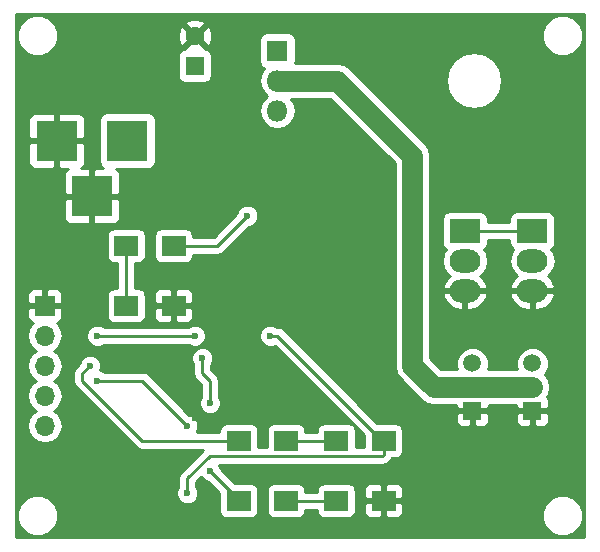
<source format=gbr>
G04 #@! TF.FileFunction,Copper,L1,Top,Signal*
%FSLAX46Y46*%
G04 Gerber Fmt 4.6, Leading zero omitted, Abs format (unit mm)*
G04 Created by KiCad (PCBNEW 4.0.7) date 03/19/18 08:58:31*
%MOMM*%
%LPD*%
G01*
G04 APERTURE LIST*
%ADD10C,0.100000*%
%ADD11R,1.600000X1.600000*%
%ADD12C,1.600000*%
%ADD13R,2.000000X1.700000*%
%ADD14R,3.500000X3.500000*%
%ADD15R,1.800000X1.800000*%
%ADD16O,1.800000X1.800000*%
%ADD17R,1.500000X1.500000*%
%ADD18C,1.500000*%
%ADD19R,2.600000X2.000000*%
%ADD20O,2.600000X2.000000*%
%ADD21R,1.700000X1.700000*%
%ADD22O,1.700000X1.700000*%
%ADD23C,0.600000*%
%ADD24C,0.250000*%
%ADD25C,1.750000*%
%ADD26C,0.254000*%
G04 APERTURE END LIST*
D10*
D11*
X66675000Y-19050000D03*
D12*
X66675000Y-16550000D03*
D13*
X60865000Y-34290000D03*
X64865000Y-34290000D03*
X78645000Y-50800000D03*
X82645000Y-50800000D03*
D14*
X60960000Y-25400000D03*
X54960000Y-25400000D03*
X57960000Y-30100000D03*
D13*
X60865000Y-39370000D03*
X64865000Y-39370000D03*
D15*
X73660000Y-17780000D03*
D16*
X73660000Y-20320000D03*
X73660000Y-22860000D03*
D17*
X95250000Y-48260000D03*
D18*
X95250000Y-46260000D03*
X95250000Y-44260000D03*
D19*
X95250000Y-33020000D03*
D20*
X95250000Y-35560000D03*
X95250000Y-38100000D03*
D13*
X74390000Y-55880000D03*
X70390000Y-55880000D03*
X70390000Y-50800000D03*
X74390000Y-50800000D03*
D21*
X53975000Y-39370000D03*
D22*
X53975000Y-41910000D03*
X53975000Y-44450000D03*
X53975000Y-46990000D03*
X53975000Y-49530000D03*
D13*
X78645000Y-55880000D03*
X82645000Y-55880000D03*
D17*
X90170000Y-48260000D03*
D18*
X90170000Y-46260000D03*
X90170000Y-44260000D03*
D19*
X89535000Y-33020000D03*
D20*
X89535000Y-35560000D03*
X89535000Y-38100000D03*
D23*
X66675000Y-48895000D03*
X71120000Y-31750000D03*
X58420000Y-45720000D03*
X66040000Y-49530000D03*
X67945000Y-53340000D03*
X57785000Y-44450000D03*
X67310000Y-43815000D03*
X67945000Y-47625000D03*
X66675000Y-41910000D03*
X58420000Y-41910000D03*
X66040000Y-55245000D03*
X73025000Y-41910000D03*
D24*
X67310000Y-39370000D02*
X64865000Y-39370000D01*
X67945000Y-40005000D02*
X67310000Y-39370000D01*
X67945000Y-41910000D02*
X67945000Y-40005000D01*
X66040000Y-43815000D02*
X67945000Y-41910000D01*
X66040000Y-48260000D02*
X66040000Y-43815000D01*
X66675000Y-48895000D02*
X66040000Y-48260000D01*
X64865000Y-34290000D02*
X68580000Y-34290000D01*
X68580000Y-34290000D02*
X71120000Y-31750000D01*
D25*
X90170000Y-46260000D02*
X95250000Y-46260000D01*
X90170000Y-46260000D02*
X86900000Y-46260000D01*
X78740000Y-20320000D02*
X73660000Y-20320000D01*
X85090000Y-26670000D02*
X78740000Y-20320000D01*
X85090000Y-44450000D02*
X85090000Y-26670000D01*
X86900000Y-46260000D02*
X85090000Y-44450000D01*
D24*
X60865000Y-34290000D02*
X60865000Y-39370000D01*
X58420000Y-45720000D02*
X62230000Y-45720000D01*
X62230000Y-45720000D02*
X66040000Y-49530000D01*
X67945000Y-53340000D02*
X70485000Y-55880000D01*
X70485000Y-55880000D02*
X70390000Y-55880000D01*
X69850000Y-55880000D02*
X70390000Y-55880000D01*
X74390000Y-50800000D02*
X78645000Y-50800000D01*
X70390000Y-50800000D02*
X62230000Y-50800000D01*
X57150000Y-45720000D02*
X62230000Y-50800000D01*
X57150000Y-45085000D02*
X57150000Y-45720000D01*
X57150000Y-45085000D02*
X57785000Y-44450000D01*
X95250000Y-33020000D02*
X89535000Y-33020000D01*
X74390000Y-55880000D02*
X78645000Y-55880000D01*
X67310000Y-45085000D02*
X67310000Y-43815000D01*
X67945000Y-45720000D02*
X67310000Y-45085000D01*
X67945000Y-47625000D02*
X67945000Y-45720000D01*
X58420000Y-41910000D02*
X66675000Y-41910000D01*
X82645000Y-50800000D02*
X82645000Y-51975000D01*
X66040000Y-53975000D02*
X66040000Y-55245000D01*
X67945000Y-52070000D02*
X66040000Y-53975000D01*
X82550000Y-52070000D02*
X67945000Y-52070000D01*
X82645000Y-51975000D02*
X82550000Y-52070000D01*
X73025000Y-41910000D02*
X73660000Y-41910000D01*
X73660000Y-41910000D02*
X82550000Y-50800000D01*
X82550000Y-50800000D02*
X82645000Y-50800000D01*
D26*
G36*
X99620000Y-58980000D02*
X51510000Y-58980000D01*
X51510000Y-57493599D01*
X51604699Y-57493599D01*
X51868281Y-58131515D01*
X52355918Y-58620004D01*
X52993373Y-58884699D01*
X53683599Y-58885301D01*
X54321515Y-58621719D01*
X54810004Y-58134082D01*
X55074699Y-57496627D01*
X55074701Y-57493599D01*
X96054699Y-57493599D01*
X96318281Y-58131515D01*
X96805918Y-58620004D01*
X97443373Y-58884699D01*
X98133599Y-58885301D01*
X98771515Y-58621719D01*
X99260004Y-58134082D01*
X99524699Y-57496627D01*
X99525301Y-56806401D01*
X99261719Y-56168485D01*
X98774082Y-55679996D01*
X98136627Y-55415301D01*
X97446401Y-55414699D01*
X96808485Y-55678281D01*
X96319996Y-56165918D01*
X96055301Y-56803373D01*
X96054699Y-57493599D01*
X55074701Y-57493599D01*
X55075301Y-56806401D01*
X54811719Y-56168485D01*
X54324082Y-55679996D01*
X53686627Y-55415301D01*
X52996401Y-55414699D01*
X52358485Y-55678281D01*
X51869996Y-56165918D01*
X51605301Y-56803373D01*
X51604699Y-57493599D01*
X51510000Y-57493599D01*
X51510000Y-41910000D01*
X52460907Y-41910000D01*
X52573946Y-42478285D01*
X52895853Y-42960054D01*
X53225026Y-43180000D01*
X52895853Y-43399946D01*
X52573946Y-43881715D01*
X52460907Y-44450000D01*
X52573946Y-45018285D01*
X52895853Y-45500054D01*
X53225026Y-45720000D01*
X52895853Y-45939946D01*
X52573946Y-46421715D01*
X52460907Y-46990000D01*
X52573946Y-47558285D01*
X52895853Y-48040054D01*
X53225026Y-48260000D01*
X52895853Y-48479946D01*
X52573946Y-48961715D01*
X52460907Y-49530000D01*
X52573946Y-50098285D01*
X52895853Y-50580054D01*
X53377622Y-50901961D01*
X53945907Y-51015000D01*
X54004093Y-51015000D01*
X54572378Y-50901961D01*
X55054147Y-50580054D01*
X55376054Y-50098285D01*
X55489093Y-49530000D01*
X55376054Y-48961715D01*
X55054147Y-48479946D01*
X54724974Y-48260000D01*
X55054147Y-48040054D01*
X55376054Y-47558285D01*
X55489093Y-46990000D01*
X55376054Y-46421715D01*
X55054147Y-45939946D01*
X54724974Y-45720000D01*
X55054147Y-45500054D01*
X55331476Y-45085000D01*
X56390000Y-45085000D01*
X56390000Y-45720000D01*
X56447852Y-46010839D01*
X56612599Y-46257401D01*
X61692599Y-51337401D01*
X61939161Y-51502148D01*
X62230000Y-51560000D01*
X67380198Y-51560000D01*
X65502599Y-53437599D01*
X65337852Y-53684161D01*
X65280000Y-53975000D01*
X65280000Y-54682537D01*
X65247808Y-54714673D01*
X65105162Y-55058201D01*
X65104838Y-55430167D01*
X65246883Y-55773943D01*
X65509673Y-56037192D01*
X65853201Y-56179838D01*
X66225167Y-56180162D01*
X66568943Y-56038117D01*
X66832192Y-55775327D01*
X66974838Y-55431799D01*
X66975162Y-55059833D01*
X66833117Y-54716057D01*
X66800000Y-54682882D01*
X66800000Y-54289802D01*
X67186341Y-53903461D01*
X67414673Y-54132192D01*
X67758201Y-54274838D01*
X67805077Y-54274879D01*
X68742560Y-55212362D01*
X68742560Y-56730000D01*
X68786838Y-56965317D01*
X68925910Y-57181441D01*
X69138110Y-57326431D01*
X69390000Y-57377440D01*
X71390000Y-57377440D01*
X71625317Y-57333162D01*
X71841441Y-57194090D01*
X71986431Y-56981890D01*
X72037440Y-56730000D01*
X72037440Y-55030000D01*
X72742560Y-55030000D01*
X72742560Y-56730000D01*
X72786838Y-56965317D01*
X72925910Y-57181441D01*
X73138110Y-57326431D01*
X73390000Y-57377440D01*
X75390000Y-57377440D01*
X75625317Y-57333162D01*
X75841441Y-57194090D01*
X75986431Y-56981890D01*
X76037440Y-56730000D01*
X76037440Y-56640000D01*
X76997560Y-56640000D01*
X76997560Y-56730000D01*
X77041838Y-56965317D01*
X77180910Y-57181441D01*
X77393110Y-57326431D01*
X77645000Y-57377440D01*
X79645000Y-57377440D01*
X79880317Y-57333162D01*
X80096441Y-57194090D01*
X80241431Y-56981890D01*
X80292440Y-56730000D01*
X80292440Y-56165750D01*
X81010000Y-56165750D01*
X81010000Y-56856310D01*
X81106673Y-57089699D01*
X81285302Y-57268327D01*
X81518691Y-57365000D01*
X82359250Y-57365000D01*
X82518000Y-57206250D01*
X82518000Y-56007000D01*
X82772000Y-56007000D01*
X82772000Y-57206250D01*
X82930750Y-57365000D01*
X83771309Y-57365000D01*
X84004698Y-57268327D01*
X84183327Y-57089699D01*
X84280000Y-56856310D01*
X84280000Y-56165750D01*
X84121250Y-56007000D01*
X82772000Y-56007000D01*
X82518000Y-56007000D01*
X81168750Y-56007000D01*
X81010000Y-56165750D01*
X80292440Y-56165750D01*
X80292440Y-55030000D01*
X80268674Y-54903690D01*
X81010000Y-54903690D01*
X81010000Y-55594250D01*
X81168750Y-55753000D01*
X82518000Y-55753000D01*
X82518000Y-54553750D01*
X82772000Y-54553750D01*
X82772000Y-55753000D01*
X84121250Y-55753000D01*
X84280000Y-55594250D01*
X84280000Y-54903690D01*
X84183327Y-54670301D01*
X84004698Y-54491673D01*
X83771309Y-54395000D01*
X82930750Y-54395000D01*
X82772000Y-54553750D01*
X82518000Y-54553750D01*
X82359250Y-54395000D01*
X81518691Y-54395000D01*
X81285302Y-54491673D01*
X81106673Y-54670301D01*
X81010000Y-54903690D01*
X80268674Y-54903690D01*
X80248162Y-54794683D01*
X80109090Y-54578559D01*
X79896890Y-54433569D01*
X79645000Y-54382560D01*
X77645000Y-54382560D01*
X77409683Y-54426838D01*
X77193559Y-54565910D01*
X77048569Y-54778110D01*
X76997560Y-55030000D01*
X76997560Y-55120000D01*
X76037440Y-55120000D01*
X76037440Y-55030000D01*
X75993162Y-54794683D01*
X75854090Y-54578559D01*
X75641890Y-54433569D01*
X75390000Y-54382560D01*
X73390000Y-54382560D01*
X73154683Y-54426838D01*
X72938559Y-54565910D01*
X72793569Y-54778110D01*
X72742560Y-55030000D01*
X72037440Y-55030000D01*
X71993162Y-54794683D01*
X71854090Y-54578559D01*
X71641890Y-54433569D01*
X71390000Y-54382560D01*
X70062362Y-54382560D01*
X68880122Y-53200320D01*
X68880162Y-53154833D01*
X68745944Y-52830000D01*
X82550000Y-52830000D01*
X82840839Y-52772148D01*
X83087401Y-52607401D01*
X83182401Y-52512401D01*
X83326034Y-52297440D01*
X83645000Y-52297440D01*
X83880317Y-52253162D01*
X84096441Y-52114090D01*
X84241431Y-51901890D01*
X84292440Y-51650000D01*
X84292440Y-49950000D01*
X84248162Y-49714683D01*
X84109090Y-49498559D01*
X83896890Y-49353569D01*
X83645000Y-49302560D01*
X82127362Y-49302560D01*
X81370552Y-48545750D01*
X88785000Y-48545750D01*
X88785000Y-49136309D01*
X88881673Y-49369698D01*
X89060301Y-49548327D01*
X89293690Y-49645000D01*
X89884250Y-49645000D01*
X90043000Y-49486250D01*
X90043000Y-48387000D01*
X90297000Y-48387000D01*
X90297000Y-49486250D01*
X90455750Y-49645000D01*
X91046310Y-49645000D01*
X91279699Y-49548327D01*
X91458327Y-49369698D01*
X91555000Y-49136309D01*
X91555000Y-48545750D01*
X93865000Y-48545750D01*
X93865000Y-49136309D01*
X93961673Y-49369698D01*
X94140301Y-49548327D01*
X94373690Y-49645000D01*
X94964250Y-49645000D01*
X95123000Y-49486250D01*
X95123000Y-48387000D01*
X95377000Y-48387000D01*
X95377000Y-49486250D01*
X95535750Y-49645000D01*
X96126310Y-49645000D01*
X96359699Y-49548327D01*
X96538327Y-49369698D01*
X96635000Y-49136309D01*
X96635000Y-48545750D01*
X96476250Y-48387000D01*
X95377000Y-48387000D01*
X95123000Y-48387000D01*
X94023750Y-48387000D01*
X93865000Y-48545750D01*
X91555000Y-48545750D01*
X91396250Y-48387000D01*
X90297000Y-48387000D01*
X90043000Y-48387000D01*
X88943750Y-48387000D01*
X88785000Y-48545750D01*
X81370552Y-48545750D01*
X74197401Y-41372599D01*
X73950839Y-41207852D01*
X73660000Y-41150000D01*
X73587463Y-41150000D01*
X73555327Y-41117808D01*
X73211799Y-40975162D01*
X72839833Y-40974838D01*
X72496057Y-41116883D01*
X72232808Y-41379673D01*
X72090162Y-41723201D01*
X72089838Y-42095167D01*
X72231883Y-42438943D01*
X72494673Y-42702192D01*
X72838201Y-42844838D01*
X73210167Y-42845162D01*
X73429665Y-42754467D01*
X80997560Y-50322362D01*
X80997560Y-51310000D01*
X80292440Y-51310000D01*
X80292440Y-49950000D01*
X80248162Y-49714683D01*
X80109090Y-49498559D01*
X79896890Y-49353569D01*
X79645000Y-49302560D01*
X77645000Y-49302560D01*
X77409683Y-49346838D01*
X77193559Y-49485910D01*
X77048569Y-49698110D01*
X76997560Y-49950000D01*
X76997560Y-50040000D01*
X76037440Y-50040000D01*
X76037440Y-49950000D01*
X75993162Y-49714683D01*
X75854090Y-49498559D01*
X75641890Y-49353569D01*
X75390000Y-49302560D01*
X73390000Y-49302560D01*
X73154683Y-49346838D01*
X72938559Y-49485910D01*
X72793569Y-49698110D01*
X72742560Y-49950000D01*
X72742560Y-51310000D01*
X72037440Y-51310000D01*
X72037440Y-49950000D01*
X71993162Y-49714683D01*
X71854090Y-49498559D01*
X71641890Y-49353569D01*
X71390000Y-49302560D01*
X69390000Y-49302560D01*
X69154683Y-49346838D01*
X68938559Y-49485910D01*
X68793569Y-49698110D01*
X68742560Y-49950000D01*
X68742560Y-50040000D01*
X66840633Y-50040000D01*
X66974838Y-49716799D01*
X66975162Y-49344833D01*
X66833117Y-49001057D01*
X66570327Y-48737808D01*
X66226799Y-48595162D01*
X66179923Y-48595121D01*
X62767401Y-45182599D01*
X62520839Y-45017852D01*
X62230000Y-44960000D01*
X58982463Y-44960000D01*
X58950327Y-44927808D01*
X58650668Y-44803378D01*
X58719838Y-44636799D01*
X58720162Y-44264833D01*
X58610805Y-44000167D01*
X66374838Y-44000167D01*
X66516883Y-44343943D01*
X66550000Y-44377118D01*
X66550000Y-45085000D01*
X66607852Y-45375839D01*
X66772599Y-45622401D01*
X67185000Y-46034802D01*
X67185000Y-47062537D01*
X67152808Y-47094673D01*
X67010162Y-47438201D01*
X67009838Y-47810167D01*
X67151883Y-48153943D01*
X67414673Y-48417192D01*
X67758201Y-48559838D01*
X68130167Y-48560162D01*
X68473943Y-48418117D01*
X68737192Y-48155327D01*
X68879838Y-47811799D01*
X68880162Y-47439833D01*
X68738117Y-47096057D01*
X68705000Y-47062882D01*
X68705000Y-45720000D01*
X68647148Y-45429161D01*
X68482401Y-45182599D01*
X68070000Y-44770198D01*
X68070000Y-44377463D01*
X68102192Y-44345327D01*
X68244838Y-44001799D01*
X68245162Y-43629833D01*
X68103117Y-43286057D01*
X67840327Y-43022808D01*
X67496799Y-42880162D01*
X67124833Y-42879838D01*
X66781057Y-43021883D01*
X66517808Y-43284673D01*
X66375162Y-43628201D01*
X66374838Y-44000167D01*
X58610805Y-44000167D01*
X58578117Y-43921057D01*
X58315327Y-43657808D01*
X57971799Y-43515162D01*
X57599833Y-43514838D01*
X57256057Y-43656883D01*
X56992808Y-43919673D01*
X56850162Y-44263201D01*
X56850121Y-44310077D01*
X56612599Y-44547599D01*
X56447852Y-44794161D01*
X56390000Y-45085000D01*
X55331476Y-45085000D01*
X55376054Y-45018285D01*
X55489093Y-44450000D01*
X55376054Y-43881715D01*
X55054147Y-43399946D01*
X54724974Y-43180000D01*
X55054147Y-42960054D01*
X55376054Y-42478285D01*
X55452260Y-42095167D01*
X57484838Y-42095167D01*
X57626883Y-42438943D01*
X57889673Y-42702192D01*
X58233201Y-42844838D01*
X58605167Y-42845162D01*
X58948943Y-42703117D01*
X58982118Y-42670000D01*
X66112537Y-42670000D01*
X66144673Y-42702192D01*
X66488201Y-42844838D01*
X66860167Y-42845162D01*
X67203943Y-42703117D01*
X67467192Y-42440327D01*
X67609838Y-42096799D01*
X67610162Y-41724833D01*
X67468117Y-41381057D01*
X67205327Y-41117808D01*
X66861799Y-40975162D01*
X66489833Y-40974838D01*
X66146057Y-41116883D01*
X66112882Y-41150000D01*
X58982463Y-41150000D01*
X58950327Y-41117808D01*
X58606799Y-40975162D01*
X58234833Y-40974838D01*
X57891057Y-41116883D01*
X57627808Y-41379673D01*
X57485162Y-41723201D01*
X57484838Y-42095167D01*
X55452260Y-42095167D01*
X55489093Y-41910000D01*
X55376054Y-41341715D01*
X55054147Y-40859946D01*
X55010223Y-40830597D01*
X55184698Y-40758327D01*
X55363327Y-40579699D01*
X55460000Y-40346310D01*
X55460000Y-39655750D01*
X55301250Y-39497000D01*
X54102000Y-39497000D01*
X54102000Y-39517000D01*
X53848000Y-39517000D01*
X53848000Y-39497000D01*
X52648750Y-39497000D01*
X52490000Y-39655750D01*
X52490000Y-40346310D01*
X52586673Y-40579699D01*
X52765302Y-40758327D01*
X52939777Y-40830597D01*
X52895853Y-40859946D01*
X52573946Y-41341715D01*
X52460907Y-41910000D01*
X51510000Y-41910000D01*
X51510000Y-38393690D01*
X52490000Y-38393690D01*
X52490000Y-39084250D01*
X52648750Y-39243000D01*
X53848000Y-39243000D01*
X53848000Y-38043750D01*
X54102000Y-38043750D01*
X54102000Y-39243000D01*
X55301250Y-39243000D01*
X55460000Y-39084250D01*
X55460000Y-38393690D01*
X55363327Y-38160301D01*
X55184698Y-37981673D01*
X54951309Y-37885000D01*
X54260750Y-37885000D01*
X54102000Y-38043750D01*
X53848000Y-38043750D01*
X53689250Y-37885000D01*
X52998691Y-37885000D01*
X52765302Y-37981673D01*
X52586673Y-38160301D01*
X52490000Y-38393690D01*
X51510000Y-38393690D01*
X51510000Y-33440000D01*
X59217560Y-33440000D01*
X59217560Y-35140000D01*
X59261838Y-35375317D01*
X59400910Y-35591441D01*
X59613110Y-35736431D01*
X59865000Y-35787440D01*
X60105000Y-35787440D01*
X60105000Y-37872560D01*
X59865000Y-37872560D01*
X59629683Y-37916838D01*
X59413559Y-38055910D01*
X59268569Y-38268110D01*
X59217560Y-38520000D01*
X59217560Y-40220000D01*
X59261838Y-40455317D01*
X59400910Y-40671441D01*
X59613110Y-40816431D01*
X59865000Y-40867440D01*
X61865000Y-40867440D01*
X62100317Y-40823162D01*
X62316441Y-40684090D01*
X62461431Y-40471890D01*
X62512440Y-40220000D01*
X62512440Y-39655750D01*
X63230000Y-39655750D01*
X63230000Y-40346310D01*
X63326673Y-40579699D01*
X63505302Y-40758327D01*
X63738691Y-40855000D01*
X64579250Y-40855000D01*
X64738000Y-40696250D01*
X64738000Y-39497000D01*
X64992000Y-39497000D01*
X64992000Y-40696250D01*
X65150750Y-40855000D01*
X65991309Y-40855000D01*
X66224698Y-40758327D01*
X66403327Y-40579699D01*
X66500000Y-40346310D01*
X66500000Y-39655750D01*
X66341250Y-39497000D01*
X64992000Y-39497000D01*
X64738000Y-39497000D01*
X63388750Y-39497000D01*
X63230000Y-39655750D01*
X62512440Y-39655750D01*
X62512440Y-38520000D01*
X62488674Y-38393690D01*
X63230000Y-38393690D01*
X63230000Y-39084250D01*
X63388750Y-39243000D01*
X64738000Y-39243000D01*
X64738000Y-38043750D01*
X64992000Y-38043750D01*
X64992000Y-39243000D01*
X66341250Y-39243000D01*
X66500000Y-39084250D01*
X66500000Y-38393690D01*
X66403327Y-38160301D01*
X66224698Y-37981673D01*
X65991309Y-37885000D01*
X65150750Y-37885000D01*
X64992000Y-38043750D01*
X64738000Y-38043750D01*
X64579250Y-37885000D01*
X63738691Y-37885000D01*
X63505302Y-37981673D01*
X63326673Y-38160301D01*
X63230000Y-38393690D01*
X62488674Y-38393690D01*
X62468162Y-38284683D01*
X62329090Y-38068559D01*
X62116890Y-37923569D01*
X61865000Y-37872560D01*
X61625000Y-37872560D01*
X61625000Y-35787440D01*
X61865000Y-35787440D01*
X62100317Y-35743162D01*
X62316441Y-35604090D01*
X62461431Y-35391890D01*
X62512440Y-35140000D01*
X62512440Y-33440000D01*
X63217560Y-33440000D01*
X63217560Y-35140000D01*
X63261838Y-35375317D01*
X63400910Y-35591441D01*
X63613110Y-35736431D01*
X63865000Y-35787440D01*
X65865000Y-35787440D01*
X66100317Y-35743162D01*
X66316441Y-35604090D01*
X66461431Y-35391890D01*
X66512440Y-35140000D01*
X66512440Y-35050000D01*
X68580000Y-35050000D01*
X68870839Y-34992148D01*
X69117401Y-34827401D01*
X71259680Y-32685122D01*
X71305167Y-32685162D01*
X71648943Y-32543117D01*
X71912192Y-32280327D01*
X72054838Y-31936799D01*
X72055162Y-31564833D01*
X71913117Y-31221057D01*
X71650327Y-30957808D01*
X71306799Y-30815162D01*
X70934833Y-30814838D01*
X70591057Y-30956883D01*
X70327808Y-31219673D01*
X70185162Y-31563201D01*
X70185121Y-31610077D01*
X68265198Y-33530000D01*
X66512440Y-33530000D01*
X66512440Y-33440000D01*
X66468162Y-33204683D01*
X66329090Y-32988559D01*
X66116890Y-32843569D01*
X65865000Y-32792560D01*
X63865000Y-32792560D01*
X63629683Y-32836838D01*
X63413559Y-32975910D01*
X63268569Y-33188110D01*
X63217560Y-33440000D01*
X62512440Y-33440000D01*
X62468162Y-33204683D01*
X62329090Y-32988559D01*
X62116890Y-32843569D01*
X61865000Y-32792560D01*
X59865000Y-32792560D01*
X59629683Y-32836838D01*
X59413559Y-32975910D01*
X59268569Y-33188110D01*
X59217560Y-33440000D01*
X51510000Y-33440000D01*
X51510000Y-30385750D01*
X55575000Y-30385750D01*
X55575000Y-31976310D01*
X55671673Y-32209699D01*
X55850302Y-32388327D01*
X56083691Y-32485000D01*
X57674250Y-32485000D01*
X57833000Y-32326250D01*
X57833000Y-30227000D01*
X58087000Y-30227000D01*
X58087000Y-32326250D01*
X58245750Y-32485000D01*
X59836309Y-32485000D01*
X60069698Y-32388327D01*
X60248327Y-32209699D01*
X60345000Y-31976310D01*
X60345000Y-30385750D01*
X60186250Y-30227000D01*
X58087000Y-30227000D01*
X57833000Y-30227000D01*
X55733750Y-30227000D01*
X55575000Y-30385750D01*
X51510000Y-30385750D01*
X51510000Y-25685750D01*
X52575000Y-25685750D01*
X52575000Y-27276310D01*
X52671673Y-27509699D01*
X52850302Y-27688327D01*
X53083691Y-27785000D01*
X54674250Y-27785000D01*
X54833000Y-27626250D01*
X54833000Y-25527000D01*
X55087000Y-25527000D01*
X55087000Y-27626250D01*
X55245750Y-27785000D01*
X55914696Y-27785000D01*
X55850302Y-27811673D01*
X55671673Y-27990301D01*
X55575000Y-28223690D01*
X55575000Y-29814250D01*
X55733750Y-29973000D01*
X57833000Y-29973000D01*
X57833000Y-27873750D01*
X58087000Y-27873750D01*
X58087000Y-29973000D01*
X60186250Y-29973000D01*
X60345000Y-29814250D01*
X60345000Y-28223690D01*
X60248327Y-27990301D01*
X60069698Y-27811673D01*
X60035337Y-27797440D01*
X62710000Y-27797440D01*
X62945317Y-27753162D01*
X63161441Y-27614090D01*
X63306431Y-27401890D01*
X63357440Y-27150000D01*
X63357440Y-23650000D01*
X63313162Y-23414683D01*
X63174090Y-23198559D01*
X62961890Y-23053569D01*
X62710000Y-23002560D01*
X59210000Y-23002560D01*
X58974683Y-23046838D01*
X58758559Y-23185910D01*
X58613569Y-23398110D01*
X58562560Y-23650000D01*
X58562560Y-27150000D01*
X58606838Y-27385317D01*
X58745910Y-27601441D01*
X58912109Y-27715000D01*
X58245750Y-27715000D01*
X58087000Y-27873750D01*
X57833000Y-27873750D01*
X57674250Y-27715000D01*
X57005304Y-27715000D01*
X57069698Y-27688327D01*
X57248327Y-27509699D01*
X57345000Y-27276310D01*
X57345000Y-25685750D01*
X57186250Y-25527000D01*
X55087000Y-25527000D01*
X54833000Y-25527000D01*
X52733750Y-25527000D01*
X52575000Y-25685750D01*
X51510000Y-25685750D01*
X51510000Y-23523690D01*
X52575000Y-23523690D01*
X52575000Y-25114250D01*
X52733750Y-25273000D01*
X54833000Y-25273000D01*
X54833000Y-23173750D01*
X55087000Y-23173750D01*
X55087000Y-25273000D01*
X57186250Y-25273000D01*
X57345000Y-25114250D01*
X57345000Y-23523690D01*
X57248327Y-23290301D01*
X57069698Y-23111673D01*
X56836309Y-23015000D01*
X55245750Y-23015000D01*
X55087000Y-23173750D01*
X54833000Y-23173750D01*
X54674250Y-23015000D01*
X53083691Y-23015000D01*
X52850302Y-23111673D01*
X52671673Y-23290301D01*
X52575000Y-23523690D01*
X51510000Y-23523690D01*
X51510000Y-18250000D01*
X65227560Y-18250000D01*
X65227560Y-19850000D01*
X65271838Y-20085317D01*
X65410910Y-20301441D01*
X65623110Y-20446431D01*
X65875000Y-20497440D01*
X67475000Y-20497440D01*
X67710317Y-20453162D01*
X67926441Y-20314090D01*
X68071431Y-20101890D01*
X68122440Y-19850000D01*
X68122440Y-18250000D01*
X68078162Y-18014683D01*
X67939090Y-17798559D01*
X67726890Y-17653569D01*
X67488799Y-17605354D01*
X67503139Y-17557745D01*
X66675000Y-16729605D01*
X65846861Y-17557745D01*
X65861145Y-17605167D01*
X65639683Y-17646838D01*
X65423559Y-17785910D01*
X65278569Y-17998110D01*
X65227560Y-18250000D01*
X51510000Y-18250000D01*
X51510000Y-16853599D01*
X51604699Y-16853599D01*
X51868281Y-17491515D01*
X52355918Y-17980004D01*
X52993373Y-18244699D01*
X53683599Y-18245301D01*
X54321515Y-17981719D01*
X54810004Y-17494082D01*
X55074699Y-16856627D01*
X55075155Y-16333223D01*
X65228035Y-16333223D01*
X65255222Y-16903454D01*
X65421136Y-17304005D01*
X65667255Y-17378139D01*
X66495395Y-16550000D01*
X66854605Y-16550000D01*
X67682745Y-17378139D01*
X67928864Y-17304005D01*
X68081268Y-16880000D01*
X72112560Y-16880000D01*
X72112560Y-18680000D01*
X72156838Y-18915317D01*
X72295910Y-19131441D01*
X72508110Y-19276431D01*
X72524344Y-19279719D01*
X72241845Y-19702509D01*
X72125000Y-20289928D01*
X72125000Y-20350072D01*
X72241845Y-20937491D01*
X72574591Y-21435481D01*
X72805845Y-21590000D01*
X72574591Y-21744519D01*
X72241845Y-22242509D01*
X72125000Y-22829928D01*
X72125000Y-22890072D01*
X72241845Y-23477491D01*
X72574591Y-23975481D01*
X73072581Y-24308227D01*
X73660000Y-24425072D01*
X74247419Y-24308227D01*
X74745409Y-23975481D01*
X75078155Y-23477491D01*
X75195000Y-22890072D01*
X75195000Y-22829928D01*
X75078155Y-22242509D01*
X74802526Y-21830000D01*
X78114538Y-21830000D01*
X83580000Y-27295462D01*
X83580000Y-44450000D01*
X83694942Y-45027852D01*
X84022269Y-45517731D01*
X85832269Y-47327732D01*
X86322148Y-47655058D01*
X86900000Y-47770000D01*
X88785000Y-47770000D01*
X88785000Y-47974250D01*
X88943750Y-48133000D01*
X90043000Y-48133000D01*
X90043000Y-48113000D01*
X90297000Y-48113000D01*
X90297000Y-48133000D01*
X91396250Y-48133000D01*
X91555000Y-47974250D01*
X91555000Y-47770000D01*
X93865000Y-47770000D01*
X93865000Y-47974250D01*
X94023750Y-48133000D01*
X95123000Y-48133000D01*
X95123000Y-48113000D01*
X95377000Y-48113000D01*
X95377000Y-48133000D01*
X96476250Y-48133000D01*
X96635000Y-47974250D01*
X96635000Y-47383691D01*
X96538327Y-47150302D01*
X96477158Y-47089132D01*
X96645058Y-46837852D01*
X96760000Y-46260000D01*
X96645058Y-45682148D01*
X96317731Y-45192269D01*
X96293032Y-45175766D01*
X96423461Y-45045564D01*
X96634759Y-44536702D01*
X96635240Y-43985715D01*
X96424831Y-43476485D01*
X96035564Y-43086539D01*
X95526702Y-42875241D01*
X94975715Y-42874760D01*
X94466485Y-43085169D01*
X94076539Y-43474436D01*
X93865241Y-43983298D01*
X93864760Y-44534285D01*
X93953891Y-44750000D01*
X91466190Y-44750000D01*
X91554759Y-44536702D01*
X91555240Y-43985715D01*
X91344831Y-43476485D01*
X90955564Y-43086539D01*
X90446702Y-42875241D01*
X89895715Y-42874760D01*
X89386485Y-43085169D01*
X88996539Y-43474436D01*
X88785241Y-43983298D01*
X88784760Y-44534285D01*
X88873891Y-44750000D01*
X87525463Y-44750000D01*
X86600000Y-43824538D01*
X86600000Y-38480434D01*
X87644876Y-38480434D01*
X87675856Y-38608355D01*
X87989078Y-39166317D01*
X88491980Y-39561942D01*
X89108000Y-39735000D01*
X89408000Y-39735000D01*
X89408000Y-38227000D01*
X89662000Y-38227000D01*
X89662000Y-39735000D01*
X89962000Y-39735000D01*
X90578020Y-39561942D01*
X91080922Y-39166317D01*
X91394144Y-38608355D01*
X91425124Y-38480434D01*
X93359876Y-38480434D01*
X93390856Y-38608355D01*
X93704078Y-39166317D01*
X94206980Y-39561942D01*
X94823000Y-39735000D01*
X95123000Y-39735000D01*
X95123000Y-38227000D01*
X95377000Y-38227000D01*
X95377000Y-39735000D01*
X95677000Y-39735000D01*
X96293020Y-39561942D01*
X96795922Y-39166317D01*
X97109144Y-38608355D01*
X97140124Y-38480434D01*
X97020777Y-38227000D01*
X95377000Y-38227000D01*
X95123000Y-38227000D01*
X93479223Y-38227000D01*
X93359876Y-38480434D01*
X91425124Y-38480434D01*
X91305777Y-38227000D01*
X89662000Y-38227000D01*
X89408000Y-38227000D01*
X87764223Y-38227000D01*
X87644876Y-38480434D01*
X86600000Y-38480434D01*
X86600000Y-35560000D01*
X87562091Y-35560000D01*
X87686548Y-36185687D01*
X88040971Y-36716120D01*
X88231188Y-36843219D01*
X87989078Y-37033683D01*
X87675856Y-37591645D01*
X87644876Y-37719566D01*
X87764223Y-37973000D01*
X89408000Y-37973000D01*
X89408000Y-37953000D01*
X89662000Y-37953000D01*
X89662000Y-37973000D01*
X91305777Y-37973000D01*
X91425124Y-37719566D01*
X91394144Y-37591645D01*
X91080922Y-37033683D01*
X90838812Y-36843219D01*
X91029029Y-36716120D01*
X91383452Y-36185687D01*
X91507909Y-35560000D01*
X91383452Y-34934313D01*
X91143907Y-34575808D01*
X91286441Y-34484090D01*
X91431431Y-34271890D01*
X91482440Y-34020000D01*
X91482440Y-33780000D01*
X93302560Y-33780000D01*
X93302560Y-34020000D01*
X93346838Y-34255317D01*
X93485910Y-34471441D01*
X93640329Y-34576951D01*
X93401548Y-34934313D01*
X93277091Y-35560000D01*
X93401548Y-36185687D01*
X93755971Y-36716120D01*
X93946188Y-36843219D01*
X93704078Y-37033683D01*
X93390856Y-37591645D01*
X93359876Y-37719566D01*
X93479223Y-37973000D01*
X95123000Y-37973000D01*
X95123000Y-37953000D01*
X95377000Y-37953000D01*
X95377000Y-37973000D01*
X97020777Y-37973000D01*
X97140124Y-37719566D01*
X97109144Y-37591645D01*
X96795922Y-37033683D01*
X96553812Y-36843219D01*
X96744029Y-36716120D01*
X97098452Y-36185687D01*
X97222909Y-35560000D01*
X97098452Y-34934313D01*
X96858907Y-34575808D01*
X97001441Y-34484090D01*
X97146431Y-34271890D01*
X97197440Y-34020000D01*
X97197440Y-32020000D01*
X97153162Y-31784683D01*
X97014090Y-31568559D01*
X96801890Y-31423569D01*
X96550000Y-31372560D01*
X93950000Y-31372560D01*
X93714683Y-31416838D01*
X93498559Y-31555910D01*
X93353569Y-31768110D01*
X93302560Y-32020000D01*
X93302560Y-32260000D01*
X91482440Y-32260000D01*
X91482440Y-32020000D01*
X91438162Y-31784683D01*
X91299090Y-31568559D01*
X91086890Y-31423569D01*
X90835000Y-31372560D01*
X88235000Y-31372560D01*
X87999683Y-31416838D01*
X87783559Y-31555910D01*
X87638569Y-31768110D01*
X87587560Y-32020000D01*
X87587560Y-34020000D01*
X87631838Y-34255317D01*
X87770910Y-34471441D01*
X87925329Y-34576951D01*
X87686548Y-34934313D01*
X87562091Y-35560000D01*
X86600000Y-35560000D01*
X86600000Y-26670000D01*
X86485058Y-26092148D01*
X86157731Y-25602269D01*
X80828737Y-20273275D01*
X87935000Y-20273275D01*
X87935000Y-20366725D01*
X88116547Y-21279425D01*
X88633550Y-22053175D01*
X89407300Y-22570178D01*
X90320000Y-22751725D01*
X91232700Y-22570178D01*
X92006450Y-22053175D01*
X92523453Y-21279425D01*
X92705000Y-20366725D01*
X92705000Y-20273275D01*
X92523453Y-19360575D01*
X92006450Y-18586825D01*
X91232700Y-18069822D01*
X90320000Y-17888275D01*
X89407300Y-18069822D01*
X88633550Y-18586825D01*
X88116547Y-19360575D01*
X87935000Y-20273275D01*
X80828737Y-20273275D01*
X79807731Y-19252269D01*
X79317852Y-18924942D01*
X78740000Y-18810000D01*
X75181114Y-18810000D01*
X75207440Y-18680000D01*
X75207440Y-16880000D01*
X75202473Y-16853599D01*
X96054699Y-16853599D01*
X96318281Y-17491515D01*
X96805918Y-17980004D01*
X97443373Y-18244699D01*
X98133599Y-18245301D01*
X98771515Y-17981719D01*
X99260004Y-17494082D01*
X99524699Y-16856627D01*
X99525301Y-16166401D01*
X99261719Y-15528485D01*
X98774082Y-15039996D01*
X98136627Y-14775301D01*
X97446401Y-14774699D01*
X96808485Y-15038281D01*
X96319996Y-15525918D01*
X96055301Y-16163373D01*
X96054699Y-16853599D01*
X75202473Y-16853599D01*
X75163162Y-16644683D01*
X75024090Y-16428559D01*
X74811890Y-16283569D01*
X74560000Y-16232560D01*
X72760000Y-16232560D01*
X72524683Y-16276838D01*
X72308559Y-16415910D01*
X72163569Y-16628110D01*
X72112560Y-16880000D01*
X68081268Y-16880000D01*
X68121965Y-16766777D01*
X68094778Y-16196546D01*
X67928864Y-15795995D01*
X67682745Y-15721861D01*
X66854605Y-16550000D01*
X66495395Y-16550000D01*
X65667255Y-15721861D01*
X65421136Y-15795995D01*
X65228035Y-16333223D01*
X55075155Y-16333223D01*
X55075301Y-16166401D01*
X54817409Y-15542255D01*
X65846861Y-15542255D01*
X66675000Y-16370395D01*
X67503139Y-15542255D01*
X67429005Y-15296136D01*
X66891777Y-15103035D01*
X66321546Y-15130222D01*
X65920995Y-15296136D01*
X65846861Y-15542255D01*
X54817409Y-15542255D01*
X54811719Y-15528485D01*
X54324082Y-15039996D01*
X53686627Y-14775301D01*
X52996401Y-14774699D01*
X52358485Y-15038281D01*
X51869996Y-15525918D01*
X51605301Y-16163373D01*
X51604699Y-16853599D01*
X51510000Y-16853599D01*
X51510000Y-14680000D01*
X99620000Y-14680000D01*
X99620000Y-58980000D01*
X99620000Y-58980000D01*
G37*
X99620000Y-58980000D02*
X51510000Y-58980000D01*
X51510000Y-57493599D01*
X51604699Y-57493599D01*
X51868281Y-58131515D01*
X52355918Y-58620004D01*
X52993373Y-58884699D01*
X53683599Y-58885301D01*
X54321515Y-58621719D01*
X54810004Y-58134082D01*
X55074699Y-57496627D01*
X55074701Y-57493599D01*
X96054699Y-57493599D01*
X96318281Y-58131515D01*
X96805918Y-58620004D01*
X97443373Y-58884699D01*
X98133599Y-58885301D01*
X98771515Y-58621719D01*
X99260004Y-58134082D01*
X99524699Y-57496627D01*
X99525301Y-56806401D01*
X99261719Y-56168485D01*
X98774082Y-55679996D01*
X98136627Y-55415301D01*
X97446401Y-55414699D01*
X96808485Y-55678281D01*
X96319996Y-56165918D01*
X96055301Y-56803373D01*
X96054699Y-57493599D01*
X55074701Y-57493599D01*
X55075301Y-56806401D01*
X54811719Y-56168485D01*
X54324082Y-55679996D01*
X53686627Y-55415301D01*
X52996401Y-55414699D01*
X52358485Y-55678281D01*
X51869996Y-56165918D01*
X51605301Y-56803373D01*
X51604699Y-57493599D01*
X51510000Y-57493599D01*
X51510000Y-41910000D01*
X52460907Y-41910000D01*
X52573946Y-42478285D01*
X52895853Y-42960054D01*
X53225026Y-43180000D01*
X52895853Y-43399946D01*
X52573946Y-43881715D01*
X52460907Y-44450000D01*
X52573946Y-45018285D01*
X52895853Y-45500054D01*
X53225026Y-45720000D01*
X52895853Y-45939946D01*
X52573946Y-46421715D01*
X52460907Y-46990000D01*
X52573946Y-47558285D01*
X52895853Y-48040054D01*
X53225026Y-48260000D01*
X52895853Y-48479946D01*
X52573946Y-48961715D01*
X52460907Y-49530000D01*
X52573946Y-50098285D01*
X52895853Y-50580054D01*
X53377622Y-50901961D01*
X53945907Y-51015000D01*
X54004093Y-51015000D01*
X54572378Y-50901961D01*
X55054147Y-50580054D01*
X55376054Y-50098285D01*
X55489093Y-49530000D01*
X55376054Y-48961715D01*
X55054147Y-48479946D01*
X54724974Y-48260000D01*
X55054147Y-48040054D01*
X55376054Y-47558285D01*
X55489093Y-46990000D01*
X55376054Y-46421715D01*
X55054147Y-45939946D01*
X54724974Y-45720000D01*
X55054147Y-45500054D01*
X55331476Y-45085000D01*
X56390000Y-45085000D01*
X56390000Y-45720000D01*
X56447852Y-46010839D01*
X56612599Y-46257401D01*
X61692599Y-51337401D01*
X61939161Y-51502148D01*
X62230000Y-51560000D01*
X67380198Y-51560000D01*
X65502599Y-53437599D01*
X65337852Y-53684161D01*
X65280000Y-53975000D01*
X65280000Y-54682537D01*
X65247808Y-54714673D01*
X65105162Y-55058201D01*
X65104838Y-55430167D01*
X65246883Y-55773943D01*
X65509673Y-56037192D01*
X65853201Y-56179838D01*
X66225167Y-56180162D01*
X66568943Y-56038117D01*
X66832192Y-55775327D01*
X66974838Y-55431799D01*
X66975162Y-55059833D01*
X66833117Y-54716057D01*
X66800000Y-54682882D01*
X66800000Y-54289802D01*
X67186341Y-53903461D01*
X67414673Y-54132192D01*
X67758201Y-54274838D01*
X67805077Y-54274879D01*
X68742560Y-55212362D01*
X68742560Y-56730000D01*
X68786838Y-56965317D01*
X68925910Y-57181441D01*
X69138110Y-57326431D01*
X69390000Y-57377440D01*
X71390000Y-57377440D01*
X71625317Y-57333162D01*
X71841441Y-57194090D01*
X71986431Y-56981890D01*
X72037440Y-56730000D01*
X72037440Y-55030000D01*
X72742560Y-55030000D01*
X72742560Y-56730000D01*
X72786838Y-56965317D01*
X72925910Y-57181441D01*
X73138110Y-57326431D01*
X73390000Y-57377440D01*
X75390000Y-57377440D01*
X75625317Y-57333162D01*
X75841441Y-57194090D01*
X75986431Y-56981890D01*
X76037440Y-56730000D01*
X76037440Y-56640000D01*
X76997560Y-56640000D01*
X76997560Y-56730000D01*
X77041838Y-56965317D01*
X77180910Y-57181441D01*
X77393110Y-57326431D01*
X77645000Y-57377440D01*
X79645000Y-57377440D01*
X79880317Y-57333162D01*
X80096441Y-57194090D01*
X80241431Y-56981890D01*
X80292440Y-56730000D01*
X80292440Y-56165750D01*
X81010000Y-56165750D01*
X81010000Y-56856310D01*
X81106673Y-57089699D01*
X81285302Y-57268327D01*
X81518691Y-57365000D01*
X82359250Y-57365000D01*
X82518000Y-57206250D01*
X82518000Y-56007000D01*
X82772000Y-56007000D01*
X82772000Y-57206250D01*
X82930750Y-57365000D01*
X83771309Y-57365000D01*
X84004698Y-57268327D01*
X84183327Y-57089699D01*
X84280000Y-56856310D01*
X84280000Y-56165750D01*
X84121250Y-56007000D01*
X82772000Y-56007000D01*
X82518000Y-56007000D01*
X81168750Y-56007000D01*
X81010000Y-56165750D01*
X80292440Y-56165750D01*
X80292440Y-55030000D01*
X80268674Y-54903690D01*
X81010000Y-54903690D01*
X81010000Y-55594250D01*
X81168750Y-55753000D01*
X82518000Y-55753000D01*
X82518000Y-54553750D01*
X82772000Y-54553750D01*
X82772000Y-55753000D01*
X84121250Y-55753000D01*
X84280000Y-55594250D01*
X84280000Y-54903690D01*
X84183327Y-54670301D01*
X84004698Y-54491673D01*
X83771309Y-54395000D01*
X82930750Y-54395000D01*
X82772000Y-54553750D01*
X82518000Y-54553750D01*
X82359250Y-54395000D01*
X81518691Y-54395000D01*
X81285302Y-54491673D01*
X81106673Y-54670301D01*
X81010000Y-54903690D01*
X80268674Y-54903690D01*
X80248162Y-54794683D01*
X80109090Y-54578559D01*
X79896890Y-54433569D01*
X79645000Y-54382560D01*
X77645000Y-54382560D01*
X77409683Y-54426838D01*
X77193559Y-54565910D01*
X77048569Y-54778110D01*
X76997560Y-55030000D01*
X76997560Y-55120000D01*
X76037440Y-55120000D01*
X76037440Y-55030000D01*
X75993162Y-54794683D01*
X75854090Y-54578559D01*
X75641890Y-54433569D01*
X75390000Y-54382560D01*
X73390000Y-54382560D01*
X73154683Y-54426838D01*
X72938559Y-54565910D01*
X72793569Y-54778110D01*
X72742560Y-55030000D01*
X72037440Y-55030000D01*
X71993162Y-54794683D01*
X71854090Y-54578559D01*
X71641890Y-54433569D01*
X71390000Y-54382560D01*
X70062362Y-54382560D01*
X68880122Y-53200320D01*
X68880162Y-53154833D01*
X68745944Y-52830000D01*
X82550000Y-52830000D01*
X82840839Y-52772148D01*
X83087401Y-52607401D01*
X83182401Y-52512401D01*
X83326034Y-52297440D01*
X83645000Y-52297440D01*
X83880317Y-52253162D01*
X84096441Y-52114090D01*
X84241431Y-51901890D01*
X84292440Y-51650000D01*
X84292440Y-49950000D01*
X84248162Y-49714683D01*
X84109090Y-49498559D01*
X83896890Y-49353569D01*
X83645000Y-49302560D01*
X82127362Y-49302560D01*
X81370552Y-48545750D01*
X88785000Y-48545750D01*
X88785000Y-49136309D01*
X88881673Y-49369698D01*
X89060301Y-49548327D01*
X89293690Y-49645000D01*
X89884250Y-49645000D01*
X90043000Y-49486250D01*
X90043000Y-48387000D01*
X90297000Y-48387000D01*
X90297000Y-49486250D01*
X90455750Y-49645000D01*
X91046310Y-49645000D01*
X91279699Y-49548327D01*
X91458327Y-49369698D01*
X91555000Y-49136309D01*
X91555000Y-48545750D01*
X93865000Y-48545750D01*
X93865000Y-49136309D01*
X93961673Y-49369698D01*
X94140301Y-49548327D01*
X94373690Y-49645000D01*
X94964250Y-49645000D01*
X95123000Y-49486250D01*
X95123000Y-48387000D01*
X95377000Y-48387000D01*
X95377000Y-49486250D01*
X95535750Y-49645000D01*
X96126310Y-49645000D01*
X96359699Y-49548327D01*
X96538327Y-49369698D01*
X96635000Y-49136309D01*
X96635000Y-48545750D01*
X96476250Y-48387000D01*
X95377000Y-48387000D01*
X95123000Y-48387000D01*
X94023750Y-48387000D01*
X93865000Y-48545750D01*
X91555000Y-48545750D01*
X91396250Y-48387000D01*
X90297000Y-48387000D01*
X90043000Y-48387000D01*
X88943750Y-48387000D01*
X88785000Y-48545750D01*
X81370552Y-48545750D01*
X74197401Y-41372599D01*
X73950839Y-41207852D01*
X73660000Y-41150000D01*
X73587463Y-41150000D01*
X73555327Y-41117808D01*
X73211799Y-40975162D01*
X72839833Y-40974838D01*
X72496057Y-41116883D01*
X72232808Y-41379673D01*
X72090162Y-41723201D01*
X72089838Y-42095167D01*
X72231883Y-42438943D01*
X72494673Y-42702192D01*
X72838201Y-42844838D01*
X73210167Y-42845162D01*
X73429665Y-42754467D01*
X80997560Y-50322362D01*
X80997560Y-51310000D01*
X80292440Y-51310000D01*
X80292440Y-49950000D01*
X80248162Y-49714683D01*
X80109090Y-49498559D01*
X79896890Y-49353569D01*
X79645000Y-49302560D01*
X77645000Y-49302560D01*
X77409683Y-49346838D01*
X77193559Y-49485910D01*
X77048569Y-49698110D01*
X76997560Y-49950000D01*
X76997560Y-50040000D01*
X76037440Y-50040000D01*
X76037440Y-49950000D01*
X75993162Y-49714683D01*
X75854090Y-49498559D01*
X75641890Y-49353569D01*
X75390000Y-49302560D01*
X73390000Y-49302560D01*
X73154683Y-49346838D01*
X72938559Y-49485910D01*
X72793569Y-49698110D01*
X72742560Y-49950000D01*
X72742560Y-51310000D01*
X72037440Y-51310000D01*
X72037440Y-49950000D01*
X71993162Y-49714683D01*
X71854090Y-49498559D01*
X71641890Y-49353569D01*
X71390000Y-49302560D01*
X69390000Y-49302560D01*
X69154683Y-49346838D01*
X68938559Y-49485910D01*
X68793569Y-49698110D01*
X68742560Y-49950000D01*
X68742560Y-50040000D01*
X66840633Y-50040000D01*
X66974838Y-49716799D01*
X66975162Y-49344833D01*
X66833117Y-49001057D01*
X66570327Y-48737808D01*
X66226799Y-48595162D01*
X66179923Y-48595121D01*
X62767401Y-45182599D01*
X62520839Y-45017852D01*
X62230000Y-44960000D01*
X58982463Y-44960000D01*
X58950327Y-44927808D01*
X58650668Y-44803378D01*
X58719838Y-44636799D01*
X58720162Y-44264833D01*
X58610805Y-44000167D01*
X66374838Y-44000167D01*
X66516883Y-44343943D01*
X66550000Y-44377118D01*
X66550000Y-45085000D01*
X66607852Y-45375839D01*
X66772599Y-45622401D01*
X67185000Y-46034802D01*
X67185000Y-47062537D01*
X67152808Y-47094673D01*
X67010162Y-47438201D01*
X67009838Y-47810167D01*
X67151883Y-48153943D01*
X67414673Y-48417192D01*
X67758201Y-48559838D01*
X68130167Y-48560162D01*
X68473943Y-48418117D01*
X68737192Y-48155327D01*
X68879838Y-47811799D01*
X68880162Y-47439833D01*
X68738117Y-47096057D01*
X68705000Y-47062882D01*
X68705000Y-45720000D01*
X68647148Y-45429161D01*
X68482401Y-45182599D01*
X68070000Y-44770198D01*
X68070000Y-44377463D01*
X68102192Y-44345327D01*
X68244838Y-44001799D01*
X68245162Y-43629833D01*
X68103117Y-43286057D01*
X67840327Y-43022808D01*
X67496799Y-42880162D01*
X67124833Y-42879838D01*
X66781057Y-43021883D01*
X66517808Y-43284673D01*
X66375162Y-43628201D01*
X66374838Y-44000167D01*
X58610805Y-44000167D01*
X58578117Y-43921057D01*
X58315327Y-43657808D01*
X57971799Y-43515162D01*
X57599833Y-43514838D01*
X57256057Y-43656883D01*
X56992808Y-43919673D01*
X56850162Y-44263201D01*
X56850121Y-44310077D01*
X56612599Y-44547599D01*
X56447852Y-44794161D01*
X56390000Y-45085000D01*
X55331476Y-45085000D01*
X55376054Y-45018285D01*
X55489093Y-44450000D01*
X55376054Y-43881715D01*
X55054147Y-43399946D01*
X54724974Y-43180000D01*
X55054147Y-42960054D01*
X55376054Y-42478285D01*
X55452260Y-42095167D01*
X57484838Y-42095167D01*
X57626883Y-42438943D01*
X57889673Y-42702192D01*
X58233201Y-42844838D01*
X58605167Y-42845162D01*
X58948943Y-42703117D01*
X58982118Y-42670000D01*
X66112537Y-42670000D01*
X66144673Y-42702192D01*
X66488201Y-42844838D01*
X66860167Y-42845162D01*
X67203943Y-42703117D01*
X67467192Y-42440327D01*
X67609838Y-42096799D01*
X67610162Y-41724833D01*
X67468117Y-41381057D01*
X67205327Y-41117808D01*
X66861799Y-40975162D01*
X66489833Y-40974838D01*
X66146057Y-41116883D01*
X66112882Y-41150000D01*
X58982463Y-41150000D01*
X58950327Y-41117808D01*
X58606799Y-40975162D01*
X58234833Y-40974838D01*
X57891057Y-41116883D01*
X57627808Y-41379673D01*
X57485162Y-41723201D01*
X57484838Y-42095167D01*
X55452260Y-42095167D01*
X55489093Y-41910000D01*
X55376054Y-41341715D01*
X55054147Y-40859946D01*
X55010223Y-40830597D01*
X55184698Y-40758327D01*
X55363327Y-40579699D01*
X55460000Y-40346310D01*
X55460000Y-39655750D01*
X55301250Y-39497000D01*
X54102000Y-39497000D01*
X54102000Y-39517000D01*
X53848000Y-39517000D01*
X53848000Y-39497000D01*
X52648750Y-39497000D01*
X52490000Y-39655750D01*
X52490000Y-40346310D01*
X52586673Y-40579699D01*
X52765302Y-40758327D01*
X52939777Y-40830597D01*
X52895853Y-40859946D01*
X52573946Y-41341715D01*
X52460907Y-41910000D01*
X51510000Y-41910000D01*
X51510000Y-38393690D01*
X52490000Y-38393690D01*
X52490000Y-39084250D01*
X52648750Y-39243000D01*
X53848000Y-39243000D01*
X53848000Y-38043750D01*
X54102000Y-38043750D01*
X54102000Y-39243000D01*
X55301250Y-39243000D01*
X55460000Y-39084250D01*
X55460000Y-38393690D01*
X55363327Y-38160301D01*
X55184698Y-37981673D01*
X54951309Y-37885000D01*
X54260750Y-37885000D01*
X54102000Y-38043750D01*
X53848000Y-38043750D01*
X53689250Y-37885000D01*
X52998691Y-37885000D01*
X52765302Y-37981673D01*
X52586673Y-38160301D01*
X52490000Y-38393690D01*
X51510000Y-38393690D01*
X51510000Y-33440000D01*
X59217560Y-33440000D01*
X59217560Y-35140000D01*
X59261838Y-35375317D01*
X59400910Y-35591441D01*
X59613110Y-35736431D01*
X59865000Y-35787440D01*
X60105000Y-35787440D01*
X60105000Y-37872560D01*
X59865000Y-37872560D01*
X59629683Y-37916838D01*
X59413559Y-38055910D01*
X59268569Y-38268110D01*
X59217560Y-38520000D01*
X59217560Y-40220000D01*
X59261838Y-40455317D01*
X59400910Y-40671441D01*
X59613110Y-40816431D01*
X59865000Y-40867440D01*
X61865000Y-40867440D01*
X62100317Y-40823162D01*
X62316441Y-40684090D01*
X62461431Y-40471890D01*
X62512440Y-40220000D01*
X62512440Y-39655750D01*
X63230000Y-39655750D01*
X63230000Y-40346310D01*
X63326673Y-40579699D01*
X63505302Y-40758327D01*
X63738691Y-40855000D01*
X64579250Y-40855000D01*
X64738000Y-40696250D01*
X64738000Y-39497000D01*
X64992000Y-39497000D01*
X64992000Y-40696250D01*
X65150750Y-40855000D01*
X65991309Y-40855000D01*
X66224698Y-40758327D01*
X66403327Y-40579699D01*
X66500000Y-40346310D01*
X66500000Y-39655750D01*
X66341250Y-39497000D01*
X64992000Y-39497000D01*
X64738000Y-39497000D01*
X63388750Y-39497000D01*
X63230000Y-39655750D01*
X62512440Y-39655750D01*
X62512440Y-38520000D01*
X62488674Y-38393690D01*
X63230000Y-38393690D01*
X63230000Y-39084250D01*
X63388750Y-39243000D01*
X64738000Y-39243000D01*
X64738000Y-38043750D01*
X64992000Y-38043750D01*
X64992000Y-39243000D01*
X66341250Y-39243000D01*
X66500000Y-39084250D01*
X66500000Y-38393690D01*
X66403327Y-38160301D01*
X66224698Y-37981673D01*
X65991309Y-37885000D01*
X65150750Y-37885000D01*
X64992000Y-38043750D01*
X64738000Y-38043750D01*
X64579250Y-37885000D01*
X63738691Y-37885000D01*
X63505302Y-37981673D01*
X63326673Y-38160301D01*
X63230000Y-38393690D01*
X62488674Y-38393690D01*
X62468162Y-38284683D01*
X62329090Y-38068559D01*
X62116890Y-37923569D01*
X61865000Y-37872560D01*
X61625000Y-37872560D01*
X61625000Y-35787440D01*
X61865000Y-35787440D01*
X62100317Y-35743162D01*
X62316441Y-35604090D01*
X62461431Y-35391890D01*
X62512440Y-35140000D01*
X62512440Y-33440000D01*
X63217560Y-33440000D01*
X63217560Y-35140000D01*
X63261838Y-35375317D01*
X63400910Y-35591441D01*
X63613110Y-35736431D01*
X63865000Y-35787440D01*
X65865000Y-35787440D01*
X66100317Y-35743162D01*
X66316441Y-35604090D01*
X66461431Y-35391890D01*
X66512440Y-35140000D01*
X66512440Y-35050000D01*
X68580000Y-35050000D01*
X68870839Y-34992148D01*
X69117401Y-34827401D01*
X71259680Y-32685122D01*
X71305167Y-32685162D01*
X71648943Y-32543117D01*
X71912192Y-32280327D01*
X72054838Y-31936799D01*
X72055162Y-31564833D01*
X71913117Y-31221057D01*
X71650327Y-30957808D01*
X71306799Y-30815162D01*
X70934833Y-30814838D01*
X70591057Y-30956883D01*
X70327808Y-31219673D01*
X70185162Y-31563201D01*
X70185121Y-31610077D01*
X68265198Y-33530000D01*
X66512440Y-33530000D01*
X66512440Y-33440000D01*
X66468162Y-33204683D01*
X66329090Y-32988559D01*
X66116890Y-32843569D01*
X65865000Y-32792560D01*
X63865000Y-32792560D01*
X63629683Y-32836838D01*
X63413559Y-32975910D01*
X63268569Y-33188110D01*
X63217560Y-33440000D01*
X62512440Y-33440000D01*
X62468162Y-33204683D01*
X62329090Y-32988559D01*
X62116890Y-32843569D01*
X61865000Y-32792560D01*
X59865000Y-32792560D01*
X59629683Y-32836838D01*
X59413559Y-32975910D01*
X59268569Y-33188110D01*
X59217560Y-33440000D01*
X51510000Y-33440000D01*
X51510000Y-30385750D01*
X55575000Y-30385750D01*
X55575000Y-31976310D01*
X55671673Y-32209699D01*
X55850302Y-32388327D01*
X56083691Y-32485000D01*
X57674250Y-32485000D01*
X57833000Y-32326250D01*
X57833000Y-30227000D01*
X58087000Y-30227000D01*
X58087000Y-32326250D01*
X58245750Y-32485000D01*
X59836309Y-32485000D01*
X60069698Y-32388327D01*
X60248327Y-32209699D01*
X60345000Y-31976310D01*
X60345000Y-30385750D01*
X60186250Y-30227000D01*
X58087000Y-30227000D01*
X57833000Y-30227000D01*
X55733750Y-30227000D01*
X55575000Y-30385750D01*
X51510000Y-30385750D01*
X51510000Y-25685750D01*
X52575000Y-25685750D01*
X52575000Y-27276310D01*
X52671673Y-27509699D01*
X52850302Y-27688327D01*
X53083691Y-27785000D01*
X54674250Y-27785000D01*
X54833000Y-27626250D01*
X54833000Y-25527000D01*
X55087000Y-25527000D01*
X55087000Y-27626250D01*
X55245750Y-27785000D01*
X55914696Y-27785000D01*
X55850302Y-27811673D01*
X55671673Y-27990301D01*
X55575000Y-28223690D01*
X55575000Y-29814250D01*
X55733750Y-29973000D01*
X57833000Y-29973000D01*
X57833000Y-27873750D01*
X58087000Y-27873750D01*
X58087000Y-29973000D01*
X60186250Y-29973000D01*
X60345000Y-29814250D01*
X60345000Y-28223690D01*
X60248327Y-27990301D01*
X60069698Y-27811673D01*
X60035337Y-27797440D01*
X62710000Y-27797440D01*
X62945317Y-27753162D01*
X63161441Y-27614090D01*
X63306431Y-27401890D01*
X63357440Y-27150000D01*
X63357440Y-23650000D01*
X63313162Y-23414683D01*
X63174090Y-23198559D01*
X62961890Y-23053569D01*
X62710000Y-23002560D01*
X59210000Y-23002560D01*
X58974683Y-23046838D01*
X58758559Y-23185910D01*
X58613569Y-23398110D01*
X58562560Y-23650000D01*
X58562560Y-27150000D01*
X58606838Y-27385317D01*
X58745910Y-27601441D01*
X58912109Y-27715000D01*
X58245750Y-27715000D01*
X58087000Y-27873750D01*
X57833000Y-27873750D01*
X57674250Y-27715000D01*
X57005304Y-27715000D01*
X57069698Y-27688327D01*
X57248327Y-27509699D01*
X57345000Y-27276310D01*
X57345000Y-25685750D01*
X57186250Y-25527000D01*
X55087000Y-25527000D01*
X54833000Y-25527000D01*
X52733750Y-25527000D01*
X52575000Y-25685750D01*
X51510000Y-25685750D01*
X51510000Y-23523690D01*
X52575000Y-23523690D01*
X52575000Y-25114250D01*
X52733750Y-25273000D01*
X54833000Y-25273000D01*
X54833000Y-23173750D01*
X55087000Y-23173750D01*
X55087000Y-25273000D01*
X57186250Y-25273000D01*
X57345000Y-25114250D01*
X57345000Y-23523690D01*
X57248327Y-23290301D01*
X57069698Y-23111673D01*
X56836309Y-23015000D01*
X55245750Y-23015000D01*
X55087000Y-23173750D01*
X54833000Y-23173750D01*
X54674250Y-23015000D01*
X53083691Y-23015000D01*
X52850302Y-23111673D01*
X52671673Y-23290301D01*
X52575000Y-23523690D01*
X51510000Y-23523690D01*
X51510000Y-18250000D01*
X65227560Y-18250000D01*
X65227560Y-19850000D01*
X65271838Y-20085317D01*
X65410910Y-20301441D01*
X65623110Y-20446431D01*
X65875000Y-20497440D01*
X67475000Y-20497440D01*
X67710317Y-20453162D01*
X67926441Y-20314090D01*
X68071431Y-20101890D01*
X68122440Y-19850000D01*
X68122440Y-18250000D01*
X68078162Y-18014683D01*
X67939090Y-17798559D01*
X67726890Y-17653569D01*
X67488799Y-17605354D01*
X67503139Y-17557745D01*
X66675000Y-16729605D01*
X65846861Y-17557745D01*
X65861145Y-17605167D01*
X65639683Y-17646838D01*
X65423559Y-17785910D01*
X65278569Y-17998110D01*
X65227560Y-18250000D01*
X51510000Y-18250000D01*
X51510000Y-16853599D01*
X51604699Y-16853599D01*
X51868281Y-17491515D01*
X52355918Y-17980004D01*
X52993373Y-18244699D01*
X53683599Y-18245301D01*
X54321515Y-17981719D01*
X54810004Y-17494082D01*
X55074699Y-16856627D01*
X55075155Y-16333223D01*
X65228035Y-16333223D01*
X65255222Y-16903454D01*
X65421136Y-17304005D01*
X65667255Y-17378139D01*
X66495395Y-16550000D01*
X66854605Y-16550000D01*
X67682745Y-17378139D01*
X67928864Y-17304005D01*
X68081268Y-16880000D01*
X72112560Y-16880000D01*
X72112560Y-18680000D01*
X72156838Y-18915317D01*
X72295910Y-19131441D01*
X72508110Y-19276431D01*
X72524344Y-19279719D01*
X72241845Y-19702509D01*
X72125000Y-20289928D01*
X72125000Y-20350072D01*
X72241845Y-20937491D01*
X72574591Y-21435481D01*
X72805845Y-21590000D01*
X72574591Y-21744519D01*
X72241845Y-22242509D01*
X72125000Y-22829928D01*
X72125000Y-22890072D01*
X72241845Y-23477491D01*
X72574591Y-23975481D01*
X73072581Y-24308227D01*
X73660000Y-24425072D01*
X74247419Y-24308227D01*
X74745409Y-23975481D01*
X75078155Y-23477491D01*
X75195000Y-22890072D01*
X75195000Y-22829928D01*
X75078155Y-22242509D01*
X74802526Y-21830000D01*
X78114538Y-21830000D01*
X83580000Y-27295462D01*
X83580000Y-44450000D01*
X83694942Y-45027852D01*
X84022269Y-45517731D01*
X85832269Y-47327732D01*
X86322148Y-47655058D01*
X86900000Y-47770000D01*
X88785000Y-47770000D01*
X88785000Y-47974250D01*
X88943750Y-48133000D01*
X90043000Y-48133000D01*
X90043000Y-48113000D01*
X90297000Y-48113000D01*
X90297000Y-48133000D01*
X91396250Y-48133000D01*
X91555000Y-47974250D01*
X91555000Y-47770000D01*
X93865000Y-47770000D01*
X93865000Y-47974250D01*
X94023750Y-48133000D01*
X95123000Y-48133000D01*
X95123000Y-48113000D01*
X95377000Y-48113000D01*
X95377000Y-48133000D01*
X96476250Y-48133000D01*
X96635000Y-47974250D01*
X96635000Y-47383691D01*
X96538327Y-47150302D01*
X96477158Y-47089132D01*
X96645058Y-46837852D01*
X96760000Y-46260000D01*
X96645058Y-45682148D01*
X96317731Y-45192269D01*
X96293032Y-45175766D01*
X96423461Y-45045564D01*
X96634759Y-44536702D01*
X96635240Y-43985715D01*
X96424831Y-43476485D01*
X96035564Y-43086539D01*
X95526702Y-42875241D01*
X94975715Y-42874760D01*
X94466485Y-43085169D01*
X94076539Y-43474436D01*
X93865241Y-43983298D01*
X93864760Y-44534285D01*
X93953891Y-44750000D01*
X91466190Y-44750000D01*
X91554759Y-44536702D01*
X91555240Y-43985715D01*
X91344831Y-43476485D01*
X90955564Y-43086539D01*
X90446702Y-42875241D01*
X89895715Y-42874760D01*
X89386485Y-43085169D01*
X88996539Y-43474436D01*
X88785241Y-43983298D01*
X88784760Y-44534285D01*
X88873891Y-44750000D01*
X87525463Y-44750000D01*
X86600000Y-43824538D01*
X86600000Y-38480434D01*
X87644876Y-38480434D01*
X87675856Y-38608355D01*
X87989078Y-39166317D01*
X88491980Y-39561942D01*
X89108000Y-39735000D01*
X89408000Y-39735000D01*
X89408000Y-38227000D01*
X89662000Y-38227000D01*
X89662000Y-39735000D01*
X89962000Y-39735000D01*
X90578020Y-39561942D01*
X91080922Y-39166317D01*
X91394144Y-38608355D01*
X91425124Y-38480434D01*
X93359876Y-38480434D01*
X93390856Y-38608355D01*
X93704078Y-39166317D01*
X94206980Y-39561942D01*
X94823000Y-39735000D01*
X95123000Y-39735000D01*
X95123000Y-38227000D01*
X95377000Y-38227000D01*
X95377000Y-39735000D01*
X95677000Y-39735000D01*
X96293020Y-39561942D01*
X96795922Y-39166317D01*
X97109144Y-38608355D01*
X97140124Y-38480434D01*
X97020777Y-38227000D01*
X95377000Y-38227000D01*
X95123000Y-38227000D01*
X93479223Y-38227000D01*
X93359876Y-38480434D01*
X91425124Y-38480434D01*
X91305777Y-38227000D01*
X89662000Y-38227000D01*
X89408000Y-38227000D01*
X87764223Y-38227000D01*
X87644876Y-38480434D01*
X86600000Y-38480434D01*
X86600000Y-35560000D01*
X87562091Y-35560000D01*
X87686548Y-36185687D01*
X88040971Y-36716120D01*
X88231188Y-36843219D01*
X87989078Y-37033683D01*
X87675856Y-37591645D01*
X87644876Y-37719566D01*
X87764223Y-37973000D01*
X89408000Y-37973000D01*
X89408000Y-37953000D01*
X89662000Y-37953000D01*
X89662000Y-37973000D01*
X91305777Y-37973000D01*
X91425124Y-37719566D01*
X91394144Y-37591645D01*
X91080922Y-37033683D01*
X90838812Y-36843219D01*
X91029029Y-36716120D01*
X91383452Y-36185687D01*
X91507909Y-35560000D01*
X91383452Y-34934313D01*
X91143907Y-34575808D01*
X91286441Y-34484090D01*
X91431431Y-34271890D01*
X91482440Y-34020000D01*
X91482440Y-33780000D01*
X93302560Y-33780000D01*
X93302560Y-34020000D01*
X93346838Y-34255317D01*
X93485910Y-34471441D01*
X93640329Y-34576951D01*
X93401548Y-34934313D01*
X93277091Y-35560000D01*
X93401548Y-36185687D01*
X93755971Y-36716120D01*
X93946188Y-36843219D01*
X93704078Y-37033683D01*
X93390856Y-37591645D01*
X93359876Y-37719566D01*
X93479223Y-37973000D01*
X95123000Y-37973000D01*
X95123000Y-37953000D01*
X95377000Y-37953000D01*
X95377000Y-37973000D01*
X97020777Y-37973000D01*
X97140124Y-37719566D01*
X97109144Y-37591645D01*
X96795922Y-37033683D01*
X96553812Y-36843219D01*
X96744029Y-36716120D01*
X97098452Y-36185687D01*
X97222909Y-35560000D01*
X97098452Y-34934313D01*
X96858907Y-34575808D01*
X97001441Y-34484090D01*
X97146431Y-34271890D01*
X97197440Y-34020000D01*
X97197440Y-32020000D01*
X97153162Y-31784683D01*
X97014090Y-31568559D01*
X96801890Y-31423569D01*
X96550000Y-31372560D01*
X93950000Y-31372560D01*
X93714683Y-31416838D01*
X93498559Y-31555910D01*
X93353569Y-31768110D01*
X93302560Y-32020000D01*
X93302560Y-32260000D01*
X91482440Y-32260000D01*
X91482440Y-32020000D01*
X91438162Y-31784683D01*
X91299090Y-31568559D01*
X91086890Y-31423569D01*
X90835000Y-31372560D01*
X88235000Y-31372560D01*
X87999683Y-31416838D01*
X87783559Y-31555910D01*
X87638569Y-31768110D01*
X87587560Y-32020000D01*
X87587560Y-34020000D01*
X87631838Y-34255317D01*
X87770910Y-34471441D01*
X87925329Y-34576951D01*
X87686548Y-34934313D01*
X87562091Y-35560000D01*
X86600000Y-35560000D01*
X86600000Y-26670000D01*
X86485058Y-26092148D01*
X86157731Y-25602269D01*
X80828737Y-20273275D01*
X87935000Y-20273275D01*
X87935000Y-20366725D01*
X88116547Y-21279425D01*
X88633550Y-22053175D01*
X89407300Y-22570178D01*
X90320000Y-22751725D01*
X91232700Y-22570178D01*
X92006450Y-22053175D01*
X92523453Y-21279425D01*
X92705000Y-20366725D01*
X92705000Y-20273275D01*
X92523453Y-19360575D01*
X92006450Y-18586825D01*
X91232700Y-18069822D01*
X90320000Y-17888275D01*
X89407300Y-18069822D01*
X88633550Y-18586825D01*
X88116547Y-19360575D01*
X87935000Y-20273275D01*
X80828737Y-20273275D01*
X79807731Y-19252269D01*
X79317852Y-18924942D01*
X78740000Y-18810000D01*
X75181114Y-18810000D01*
X75207440Y-18680000D01*
X75207440Y-16880000D01*
X75202473Y-16853599D01*
X96054699Y-16853599D01*
X96318281Y-17491515D01*
X96805918Y-17980004D01*
X97443373Y-18244699D01*
X98133599Y-18245301D01*
X98771515Y-17981719D01*
X99260004Y-17494082D01*
X99524699Y-16856627D01*
X99525301Y-16166401D01*
X99261719Y-15528485D01*
X98774082Y-15039996D01*
X98136627Y-14775301D01*
X97446401Y-14774699D01*
X96808485Y-15038281D01*
X96319996Y-15525918D01*
X96055301Y-16163373D01*
X96054699Y-16853599D01*
X75202473Y-16853599D01*
X75163162Y-16644683D01*
X75024090Y-16428559D01*
X74811890Y-16283569D01*
X74560000Y-16232560D01*
X72760000Y-16232560D01*
X72524683Y-16276838D01*
X72308559Y-16415910D01*
X72163569Y-16628110D01*
X72112560Y-16880000D01*
X68081268Y-16880000D01*
X68121965Y-16766777D01*
X68094778Y-16196546D01*
X67928864Y-15795995D01*
X67682745Y-15721861D01*
X66854605Y-16550000D01*
X66495395Y-16550000D01*
X65667255Y-15721861D01*
X65421136Y-15795995D01*
X65228035Y-16333223D01*
X55075155Y-16333223D01*
X55075301Y-16166401D01*
X54817409Y-15542255D01*
X65846861Y-15542255D01*
X66675000Y-16370395D01*
X67503139Y-15542255D01*
X67429005Y-15296136D01*
X66891777Y-15103035D01*
X66321546Y-15130222D01*
X65920995Y-15296136D01*
X65846861Y-15542255D01*
X54817409Y-15542255D01*
X54811719Y-15528485D01*
X54324082Y-15039996D01*
X53686627Y-14775301D01*
X52996401Y-14774699D01*
X52358485Y-15038281D01*
X51869996Y-15525918D01*
X51605301Y-16163373D01*
X51604699Y-16853599D01*
X51510000Y-16853599D01*
X51510000Y-14680000D01*
X99620000Y-14680000D01*
X99620000Y-58980000D01*
M02*

</source>
